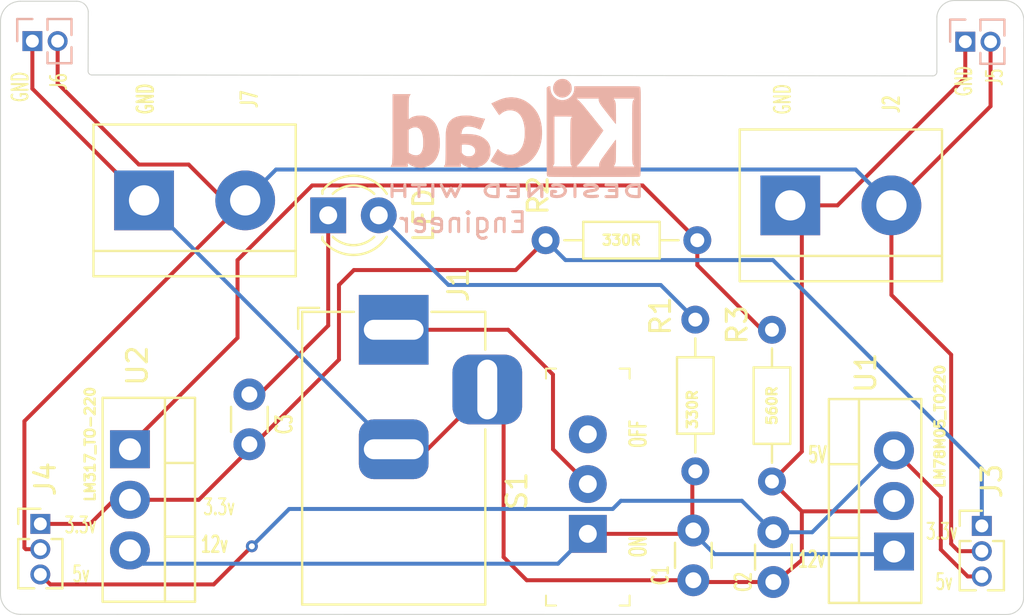
<source format=kicad_pcb>
(kicad_pcb (version 20240108) (generator "pcbnew") (generator_version "8.0")
  (layers (0 "F.Cu" signal) (31 "B.Cu" signal) (34 "B.Paste" user) (35 "F.Paste" user) (36 "B.SilkS" user "B.Silkscreen") (37 "F.SilkS" user "F.Silkscreen") (38 "B.Mask" user) (39 "F.Mask" user) (44 "Edge.Cuts" user))
  (net 0 "")
  (net 1 "/12V")
  (net 2 "/5V")
  (net 3 "Net-(D1-K)")
  (net 4 "/3.3V")
  (net 5 "Net-(D1-A)")
  (net 6 "GND")
  (net 7 "Net-(U2-ADJ)")
  (net 9 "/PWR_input")
  (net 10 "/PWR_output")
  (footprint "digikey-footprints:Switch_Slide_11.6x4mm_EG1218" (layer "F.Cu") (at 210 119.75 90)
    (property "Reference" "S1" (at 2.156667 -3.565181 90) (layer "F.SilkS"))
    (property "Value" "EG1218" (hide yes))
    (pad "1" thru_hole rect (at 0 0 90) (size 1.9 1.9) (drill 0.9) (layers "*.Cu" "*.Mask") (net 1 "/12V"))
    (pad "2" thru_hole circle (at 2.5 0 90) (size 1.9 1.9) (drill 0.9) (layers "*.Cu" "*.Mask") (net 9 "/PWR_input"))
    (pad "3" thru_hole circle (at 5 0 90) (size 1.9 1.9) (drill 0.9) (layers "*.Cu" "*.Mask"))
  )
  (footprint "Resistor_THT:R_Axial_DIN0204_L3.6mm_D1.6mm_P7.62mm_Horizontal" (layer "F.Cu") (at 207.88 105)
    (property "Reference" "R2" (at -0.38 -2.25 90) (layer "F.SilkS"))
    (property "Value" "330R" (at 3.81 0 180) (layer "F.SilkS") (effects (font (size 0.5 0.5) (thickness 0.125))))
    (pad "1" thru_hole circle (at 0 0) (size 1.4 1.4) (drill 0.7) (layers "*.Cu" "*.Mask") (net 4 "/3.3V"))
    (pad "2" thru_hole oval (at 7.62 0) (size 1.4 1.4) (drill 0.7) (layers "*.Cu" "*.Mask") (net 7 "Net-(U2-ADJ)"))
  )
  (footprint "Package_TO_SOT_THT:TO-220-3_Vertical" (layer "F.Cu") (at 187 115.5 -90)
    (property "Reference" "U2" (at -4.2 -0.37 -90) (layer "F.SilkS"))
    (property "Value" "LM317_TO-220" (at -0.25 2 270) (layer "F.SilkS") (effects (font (size 0.5 0.5) (thickness 0.125))))
    (pad "1" thru_hole rect (at 0 0 270) (size 1.905 2) (drill 1.1) (layers "*.Cu" "*.Mask") (net 7 "Net-(U2-ADJ)"))
    (pad "2" thru_hole oval (at 2.54 0 270) (size 1.905 2) (drill 1.1) (layers "*.Cu" "*.Mask") (net 4 "/3.3V"))
    (pad "3" thru_hole oval (at 5.08 0 270) (size 1.905 2) (drill 1.1) (layers "*.Cu" "*.Mask") (net 1 "/12V"))
  )
  (footprint "Connector_PinHeader_1.27mm:PinHeader_1x03_P1.27mm_Vertical" (layer "F.Cu") (at 182.5 119.25)
    (property "Reference" "J4" (at 0.25 -2.25 90) (layer "F.SilkS"))
    (property "Value" "Conn_01x03_Pin" (hide yes))
    (pad "1" thru_hole rect (at 0 0) (size 1 1) (drill 0.65) (layers "*.Cu" "*.Mask") (net 4 "/3.3V"))
    (pad "2" thru_hole oval (at 0 1.27) (size 1 1) (drill 0.65) (layers "*.Cu" "*.Mask") (net 10 "/PWR_output"))
    (pad "3" thru_hole oval (at 0 2.54) (size 1 1) (drill 0.65) (layers "*.Cu" "*.Mask") (net 2 "/5V"))
  )
  (footprint "Capacitor_THT:C_Disc_D3.0mm_W1.6mm_P2.50mm" (layer "F.Cu") (at 193 115.25 90)
    (property "Reference" "C3" (at 1 1.75 270) (layer "F.SilkS") (effects (font (size 0.8 0.5) (thickness 0.125))))
    (property "Value" "C" (hide yes))
    (pad "1" thru_hole circle (at 0 0 90) (size 1.6 1.6) (drill 0.8) (layers "*.Cu" "*.Mask") (net 4 "/3.3V"))
    (pad "2" thru_hole circle (at 2.5 0 90) (size 1.6 1.6) (drill 0.8) (layers "*.Cu" "*.Mask") (net 3 "Net-(D1-K)"))
  )
  (footprint "LED_THT:LED_D3.0mm" (layer "F.Cu") (at 196.96 103.75)
    (property "Reference" "D1" (hide yes))
    (property "Value" "LED" (at 4.79 0 90) (layer "F.SilkS"))
    (pad "1" thru_hole rect (at 0 0) (size 1.8 1.8) (drill 0.9) (layers "*.Cu" "*.Mask") (net 3 "Net-(D1-K)"))
    (pad "2" thru_hole circle (at 2.54 0) (size 1.8 1.8) (drill 0.9) (layers "*.Cu" "*.Mask") (net 5 "Net-(D1-A)"))
  )
  (footprint "Resistor_THT:R_Axial_DIN0204_L3.6mm_D1.6mm_P7.62mm_Horizontal" (layer "F.Cu") (at 215.4 116.61 90)
    (property "Reference" "R1" (at 7.81 -1.75 90) (layer "F.SilkS"))
    (property "Value" "560R" (hide yes))
    (pad "1" thru_hole circle (at 0 0 90) (size 1.4 1.4) (drill 0.7) (layers "*.Cu" "*.Mask") (net 1 "/12V"))
    (pad "2" thru_hole oval (at 7.62 0 90) (size 1.4 1.4) (drill 0.7) (layers "*.Cu" "*.Mask") (net 5 "Net-(D1-A)"))
  )
  (footprint "TerminalBlock:TerminalBlock_bornier-2_P5.08mm" (layer "F.Cu") (at 187.71 103)
    (property "Reference" "J7" (at 5.29 -5.08 90) (layer "F.SilkS") (effects (font (size 0.8 0.5) (thickness 0.125))))
    (property "Value" "Screw_Terminal_01x02" (hide yes))
    (pad "1" thru_hole rect (at 0 0) (size 3 3) (drill 1.52) (layers "*.Cu" "*.Mask") (net 6 "GND"))
    (pad "2" thru_hole circle (at 5.08 0) (size 3 3) (drill 1.52) (layers "*.Cu" "*.Mask") (net 10 "/PWR_output"))
  )
  (footprint "Connector_PinHeader_1.27mm:PinHeader_1x03_P1.27mm_Vertical" (layer "F.Cu") (at 229.79 119.35)
    (property "Reference" "J3" (at 0.5 -2.25 90) (layer "F.SilkS"))
    (property "Value" "Conn_01x03_Pin" (hide yes))
    (pad "1" thru_hole rect (at 0 0) (size 1 1) (drill 0.65) (layers "*.Cu" "*.Mask") (net 4 "/3.3V"))
    (pad "2" thru_hole oval (at 0 1.27) (size 1 1) (drill 0.65) (layers "*.Cu" "*.Mask") (net 10 "/PWR_output"))
    (pad "3" thru_hole oval (at 0 2.54) (size 1 1) (drill 0.65) (layers "*.Cu" "*.Mask") (net 2 "/5V"))
  )
  (footprint "Capacitor_THT:C_Disc_D3.0mm_W1.6mm_P2.50mm" (layer "F.Cu") (at 219.32 119.67 -90)
    (property "Reference" "C2" (at 2.5 1.5 90) (layer "F.SilkS") (effects (font (size 0.8 0.5) (thickness 0.125))))
    (property "Value" "C" (hide yes))
    (pad "1" thru_hole circle (at 0 0 270) (size 1.6 1.6) (drill 0.8) (layers "*.Cu" "*.Mask") (net 2 "/5V"))
    (pad "2" thru_hole circle (at 2.5 0 270) (size 1.6 1.6) (drill 0.8) (layers "*.Cu" "*.Mask") (net 6 "GND"))
  )
  (footprint "Resistor_THT:R_Axial_DIN0204_L3.6mm_D1.6mm_P7.62mm_Horizontal" (layer "F.Cu") (at 219.25 109.5 -90)
    (property "Reference" "R3" (at -0.25 1.75 90) (layer "F.SilkS"))
    (property "Value" "560R" (at 3.81 0 90) (layer "F.SilkS") (effects (font (size 0.5 0.5) (thickness 0.125))))
    (pad "1" thru_hole circle (at 0 0 270) (size 1.4 1.4) (drill 0.7) (layers "*.Cu" "*.Mask") (net 7 "Net-(U2-ADJ)"))
    (pad "2" thru_hole oval (at 7.62 0 270) (size 1.4 1.4) (drill 0.7) (layers "*.Cu" "*.Mask") (net 6 "GND"))
  )
  (footprint "TerminalBlock:TerminalBlock_bornier-2_P5.08mm" (layer "F.Cu") (at 220.17 103.25)
    (property "Reference" "J2" (at 5.08 -5.08 90) (layer "F.SilkS") (effects (font (size 0.8 0.5) (thickness 0.125))))
    (property "Value" "Screw_Terminal_01x02" (hide yes))
    (pad "1" thru_hole rect (at 0 0) (size 3 3) (drill 1.52) (layers "*.Cu" "*.Mask") (net 6 "GND"))
    (pad "2" thru_hole circle (at 5.08 0) (size 3 3) (drill 1.52) (layers "*.Cu" "*.Mask") (net 10 "/PWR_output"))
  )
  (footprint "Connector_BarrelJack:BarrelJack_Horizontal" (layer "F.Cu") (at 200.25 109.5 90)
    (property "Reference" "J1" (at 2.25 3.25 90) (layer "F.SilkS"))
    (property "Value" "Barrel_Jack_Switch" (hide yes))
    (pad "1" thru_hole rect (at 0 0 90) (size 3.5 3.5) (drill oval 1 3) (layers "*.Cu" "*.Mask") (net 9 "/PWR_input"))
    (pad "2" thru_hole roundrect (at -6 0 90) (size 3 3.5) (drill oval 1 3) (layers "*.Cu" "*.Mask") (net 6 "GND"))
    (pad "3" thru_hole roundrect (at -3 4.7 90) (size 3.5 3.5) (drill oval 3 1) (layers "*.Cu" "*.Mask") (net 6 "GND"))
  )
  (footprint "Package_TO_SOT_THT:TO-220-3_Vertical" (layer "F.Cu") (at 225.38 120.64 90)
    (property "Reference" "U1" (at 8.98 -1.42 -90) (layer "F.SilkS"))
    (property "Value" "LM78M05_TO220" (at 6.29 2.305 270) (layer "F.SilkS") (effects (font (size 0.5 0.5) (thickness 0.125))))
    (pad "1" thru_hole rect (at 0 0 90) (size 1.905 2) (drill 1.1) (layers "*.Cu" "*.Mask") (net 1 "/12V"))
    (pad "2" thru_hole oval (at 2.54 0 90) (size 1.905 2) (drill 1.1) (layers "*.Cu" "*.Mask") (net 6 "GND"))
    (pad "3" thru_hole oval (at 5.08 0 90) (size 1.905 2) (drill 1.1) (layers "*.Cu" "*.Mask") (net 2 "/5V"))
  )
  (footprint "Capacitor_THT:C_Disc_D3.0mm_W1.6mm_P2.50mm" (layer "F.Cu") (at 215.3 119.58 -90)
    (property "Reference" "C1" (at 2.25 1.65 90) (layer "F.SilkS") (effects (font (size 0.8 0.5) (thickness 0.125))))
    (property "Value" "C" (hide yes))
    (pad "1" thru_hole circle (at 0 0 270) (size 1.6 1.6) (drill 0.8) (layers "*.Cu" "*.Mask") (net 1 "/12V"))
    (pad "2" thru_hole circle (at 2.5 0 270) (size 1.6 1.6) (drill 0.8) (layers "*.Cu" "*.Mask") (net 6 "GND"))
  )
  (footprint "Symbol:KiCad-Logo2_5mm_SilkScreen" (layer "B.Cu") (at 206.38 99.88 180)
    (property "Reference" "REF**" (hide yes))
    (property "Value" "KiCad-Logo2_5mm_SilkScreen" (hide yes))
  )
  (footprint "Connector_PinHeader_1.27mm:PinHeader_1x02_P1.27mm_Vertical" (layer "B.Cu") (at 182.1 95 -90)
    (property "Reference" "J6" (hide yes))
    (property "Value" "Conn_01x02_Pin" (hide yes))
    (pad "1" thru_hole rect (at 0 0 270) (size 1 1) (drill 0.65) (layers "*.Cu" "*.Mask") (net 6 "GND"))
    (pad "2" thru_hole oval (at 0 -1.27 270) (size 1 1) (drill 0.65) (layers "*.Cu" "*.Mask") (net 10 "/PWR_output"))
  )
  (footprint "Connector_PinHeader_1.27mm:PinHeader_1x02_P1.27mm_Vertical" (layer "B.Cu") (at 228.96 95.03 -90)
    (property "Reference" "J5" (hide yes))
    (property "Value" "Conn_01x02_Pin" (hide yes))
    (pad "1" thru_hole rect (at 0 0 270) (size 1 1) (drill 0.65) (layers "*.Cu" "*.Mask") (net 6 "GND"))
    (pad "2" thru_hole oval (at 0 -1.27 270) (size 1 1) (drill 0.65) (layers "*.Cu" "*.Mask") (net 10 "/PWR_output"))
  )
  (gr_line (start 219.32 122.27) (end 220.73 121.08) (stroke (width 0.2)) (layer "F.Cu") (net 6))
  (gr_arc (start 230.9 92.96) (mid 231.607107 93.252893) (end 231.9 93.96) (stroke (width 0.05)) (layer "Edge.Cuts"))
  (gr_line (start 181.5 92.999201) (end 184.330021 92.999201) (stroke (width 0.05)) (layer "Edge.Cuts"))
  (gr_line (start 184.908624 93.51923) (end 184.9 96.499851) (stroke (width 0.05)) (layer "Edge.Cuts"))
  (gr_arc (start 227.532296 96.514647) (mid 227.48 96.68) (end 227.31976 96.746327) (stroke (width 0.05)) (layer "Edge.Cuts"))
  (gr_line (start 181.5 123.792893) (end 231.04 123.800057) (stroke (width 0.05)) (layer "Edge.Cuts"))
  (gr_arc (start 227.532181 93.790141) (mid 227.810366 93.200276) (end 228.416808 92.960368) (stroke (width 0.05)) (layer "Edge.Cuts"))
  (gr_arc (start 181.5 123.792893) (mid 180.792893 123.5) (end 180.5 122.792893) (stroke (width 0.05)) (layer "Edge.Cuts"))
  (gr_arc (start 180.500001 94.04) (mid 180.778325 93.306615) (end 181.5 92.999201) (stroke (width 0.05)) (layer "Edge.Cuts"))
  (gr_arc (start 184.330021 92.999201) (mid 184.721613 93.145403) (end 184.908624 93.51923) (stroke (width 0.05)) (layer "Edge.Cuts"))
  (gr_arc (start 231.889998 122.96) (mid 231.637535 123.554606) (end 231.04 123.800057) (stroke (width 0.05)) (layer "Edge.Cuts"))
  (gr_line (start 231.9 93.96) (end 231.889999 122.96) (stroke (width 0.05)) (layer "Edge.Cuts"))
  (gr_arc (start 185.079145 96.69996) (mid 184.948238 96.63691) (end 184.900001 96.499851) (stroke (width 0.05)) (layer "Edge.Cuts"))
  (gr_line (start 185.079145 96.69996) (end 227.31976 96.746327) (stroke (width 0.05)) (layer "Edge.Cuts"))
  (gr_line (start 228.416808 92.960368) (end 230.9 92.960368) (stroke (width 0.05)) (layer "Edge.Cuts"))
  (gr_line (start 227.532181 93.790141) (end 227.532296 96.514647) (stroke (width 0.05)) (layer "Edge.Cuts"))
  (gr_line (start 180.500001 94.04) (end 180.5 122.792893) (stroke (width 0.05)) (layer "Edge.Cuts"))
  (gr_text "Engineer" (at 207.04 104.7 0) (layer "B.SilkS") (effects (font (size 1 1)) (justify left bottom mirror)))
  (gr_text "3.3v\n" (at 183.67 119.78 0) (layer "F.SilkS") (effects (font (size 0.8 0.5) (thickness 0.1)) (justify left bottom)))
  (gr_text "5v" (at 227.4 122.63 0) (layer "F.SilkS") (effects (font (size 0.8 0.5) (thickness 0.1)) (justify left bottom)))
  (gr_text "12v\n" (at 190.5 120.75 0) (layer "F.SilkS") (effects (font (size 0.8 0.5) (thickness 0.125)) (justify left bottom)))
  (gr_text "5V\n" (at 221 116.25 0) (layer "F.SilkS") (effects (font (size 0.8 0.5) (thickness 0.125) (bold yes)) (justify left bottom)))
  (gr_text "5v" (at 184.05 122.24 0) (layer "F.SilkS") (effects (font (size 0.8 0.5) (thickness 0.1)) (justify left bottom)))
  (gr_text "J6\n" (at 183.89 97.53 90) (layer "F.SilkS") (effects (font (size 0.8 0.5) (thickness 0.1)) (justify left bottom)))
  (gr_text "GND" (at 188.25 98.75 90) (layer "F.SilkS") (effects (font (size 0.8 0.5) (thickness 0.125) (bold yes)) (justify left bottom)))
  (gr_text "ON" (at 213 121 90) (layer "F.SilkS") (effects (font (size 0.8 0.5) (thickness 0.125) (bold yes)) (justify left bottom)))
  (gr_text "330R" (at 215.25 113.5 90) (layer "F.SilkS") (effects (font (size 0.5 0.5) (thickness 0.125))))
  (gr_text "3.3v\n" (at 226.93 120.1 0) (layer "F.SilkS") (effects (font (size 0.8 0.5) (thickness 0.1)) (justify left bottom)))
  (gr_text "GND" (at 181.96 98.13 90) (layer "F.SilkS") (effects (font (size 0.8 0.5) (thickness 0.1)) (justify left bottom)))
  (gr_text "12v\n" (at 220.5 121.5 0) (layer "F.SilkS") (effects (font (size 0.8 0.5) (thickness 0.125)) (justify left bottom)))
  (gr_text "3.3v\n" (at 190.63 118.87 0) (layer "F.SilkS") (effects (font (size 0.8 0.5) (thickness 0.1)) (justify left bottom)))
  (gr_text "OFF" (at 213 115.5 90) (layer "F.SilkS") (effects (font (size 0.8 0.5) (thickness 0.125) (bold yes)) (justify left bottom)))
  (gr_text "J5\n" (at 230.9 97.31 90) (layer "F.SilkS") (effects (font (size 0.8 0.5) (thickness 0.1)) (justify left bottom)))
  (gr_text "GND" (at 229.36 97.84 90) (layer "F.SilkS") (effects (font (size 0.8 0.5) (thickness 0.1)) (justify left bottom)))
  (gr_text "GND" (at 220.25 98.75 90) (layer "F.SilkS") (effects (font (size 0.8 0.5) (thickness 0.1)) (justify left bottom)))
  (segment (start 225.135 121.1) (end 225.445 120.79) (width 0.2) (layer "F.Cu") (net 1))
  (segment (start 215.2 119.75) (end 210 119.75) (width 0.2) (layer "F.Cu") (net 1))
  (segment (start 215.25 119.7) (end 215.2 119.75) (width 0.2) (layer "F.Cu") (net 1))
  (segment (start 215.25 117.31) (end 215.25 119.7) (width 0.2) (layer "F.Cu") (net 1))
  (segment (start 208.5 121.25) (end 187.67 121.25) (width 0.2) (layer "B.Cu") (net 1))
  (segment (start 216.37 120.77) (end 225.425 120.77) (width 0.2) (layer "B.Cu") (net 1))
  (segment (start 225.425 120.77) (end 225.445 120.79) (width 0.2) (layer "B.Cu") (net 1))
  (segment (start 215.3 119.7) (end 216.37 120.77) (width 0.2) (layer "B.Cu") (net 1))
  (segment (start 210 119.75) (end 208.5 121.25) (width 0.2) (layer "B.Cu") (net 1))
  (segment (start 187.67 121.25) (end 187 120.58) (width 0.2) (layer "B.Cu") (net 1))
  (segment (start 227.73 117.91) (end 225.38 115.56) (width 0.2) (layer "F.Cu") (net 2))
  (segment (start 193.125 120.375) (end 191.210001 122.289999) (width 0.2) (layer "F.Cu") (net 2))
  (segment (start 227.73 120.537106) (end 227.73 117.91) (width 0.2) (layer "F.Cu") (net 2))
  (segment (start 229.46 122) (end 229.75 122.29) (width 0.2) (layer "F.Cu") (net 2))
  (segment (start 182.999999 122.289999) (end 182.5 121.79) (width 0.2) (layer "F.Cu") (net 2))
  (segment (start 229.082894 121.89) (end 227.73 120.537106) (width 0.2) (layer "F.Cu") (net 2))
  (segment (start 225.38 115.56) (end 225.38 115.645) (width 0.2) (layer "F.Cu") (net 2))
  (segment (start 229.79 121.89) (end 229.082894 121.89) (width 0.2) (layer "F.Cu") (net 2))
  (segment (start 191.210001 122.289999) (end 182.999999 122.289999) (width 0.2) (layer "F.Cu") (net 2))
  (via (at 193.125 120.375) (size 0.6) (drill 0.3) (layers "F.Cu" "B.Cu") (net 2))
  (segment (start 211.66 118.09) (end 217.74 118.09) (width 0.2) (layer "B.Cu") (net 2))
  (segment (start 193.125 120.375) (end 195 118.5) (width 0.2) (layer "B.Cu") (net 2))
  (segment (start 219.32 119.67) (end 221.27 119.67) (width 0.2) (layer "B.Cu") (net 2))
  (segment (start 195 118.5) (end 211.25 118.5) (width 0.2) (layer "B.Cu") (net 2))
  (segment (start 225.23 115.71) (end 225.445 115.71) (width 0.2) (layer "B.Cu") (net 2))
  (segment (start 217.74 118.09) (end 219.32 119.67) (width 0.2) (layer "B.Cu") (net 2))
  (segment (start 221.27 119.67) (end 225.38 115.56) (width 0.2) (layer "B.Cu") (net 2))
  (segment (start 211.25 118.5) (end 211.66 118.09) (width 0.2) (layer "B.Cu") (net 2))
  (segment (start 196.96 103.75) (end 196.96 109.29) (width 0.2) (layer "F.Cu") (net 3))
  (segment (start 196.96 109.29) (end 193.5 112.75) (width 0.2) (layer "F.Cu") (net 3))
  (segment (start 193 112.75) (end 192.5 112.75) (width 0.2) (layer "F.Cu") (net 3))
  (segment (start 193.5 112.75) (end 193 112.75) (width 0.2) (layer "F.Cu") (net 3))
  (segment (start 186.21 118.04) (end 187 118.04) (width 0.2) (layer "F.Cu") (net 4))
  (segment (start 197.5 111) (end 197.5 107.25) (width 0.2) (layer "F.Cu") (net 4))
  (segment (start 197.5 107.25) (end 198.25 106.5) (width 0.2) (layer "F.Cu") (net 4))
  (segment (start 206.38 106.5) (end 207.88 105) (width 0.2) (layer "F.Cu") (net 4))
  (segment (start 182.5 119.25) (end 185 119.25) (width 0.2) (layer "F.Cu") (net 4))
  (segment (start 190.46 118.04) (end 197.5 111) (width 0.2) (layer "F.Cu") (net 4))
  (segment (start 187 118.04) (end 190.46 118.04) (width 0.2) (layer "F.Cu") (net 4))
  (segment (start 185 119.25) (end 186.21 118.04) (width 0.2) (layer "F.Cu") (net 4))
  (segment (start 198.25 106.5) (end 206.38 106.5) (width 0.2) (layer "F.Cu") (net 4))
  (segment (start 229.75 119.75) (end 229.79 119.71) (width 0.2) (layer "B.Cu") (net 4))
  (segment (start 229.79 116.49) (end 219.3 106) (width 0.2) (layer "B.Cu") (net 4))
  (segment (start 219.3 106) (end 208.88 106) (width 0.2) (layer "B.Cu") (net 4))
  (segment (start 208.88 106) (end 207.88 105) (width 0.2) (layer "B.Cu") (net 4))
  (segment (start 229.79 119.35) (end 229.79 116.49) (width 0.2) (layer "B.Cu") (net 4))
  (segment (start 215.4 108.99) (end 213.66 107.25) (width 0.2) (layer "B.Cu") (net 5))
  (segment (start 213.66 107.25) (end 203 107.25) (width 0.2) (layer "B.Cu") (net 5))
  (segment (start 203 107.25) (end 199.5 103.75) (width 0.2) (layer "B.Cu") (net 5))
  (segment (start 220.75 103.83) (end 220.75 115.62) (width 0.2) (layer "F.Cu") (net 6))
  (segment (start 220.17 103.25) (end 222.54 103.25) (width 0.2) (layer "F.Cu") (net 6))
  (segment (start 200.25 115.5) (end 201.95 115.5) (width 0.2) (layer "F.Cu") (net 6))
  (segment (start 225.075 118.62) (end 220.75 118.62) (width 0.2) (layer "F.Cu") (net 6))
  (segment (start 220.17 103.25) (end 220.75 103.83) (width 0.2) (layer "F.Cu") (net 6))
  (segment (start 225.445 118.25) (end 225.075 118.62) (width 0.2) (layer "F.Cu") (net 6))
  (segment (start 219.32 122.17) (end 215.39 122.17) (width 0.2) (layer "F.Cu") (net 6))
  (segment (start 218.95 122.2) (end 219.25 122.5) (width 0.2) (layer "F.Cu") (net 6))
  (segment (start 205.77 120.92) (end 206.93 122.08) (width 0.2) (layer "F.Cu") (net 6))
  (segment (start 182.1 97.39) (end 187.71 103) (width 0.2) (layer "F.Cu") (net 6))
  (segment (start 228.96 96.83) (end 228.96 95.03) (width 0.2) (layer "F.Cu") (net 6))
  (segment (start 222.54 103.25) (end 228.96 96.83) (width 0.2) (layer "F.Cu") (net 6))
  (segment (start 205.77 113.32) (end 205.77 120.92) (width 0.2) (layer "F.Cu") (net 6))
  (segment (start 215.39 122.17) (end 215.3 122.08) (width 0.2) (layer "F.Cu") (net 6))
  (segment (start 220.38 118.25) (end 219.25 117.12) (width 0.2) (layer "F.Cu") (net 6))
  (segment (start 220.75 115.62) (end 219.25 117.12) (width 0.2) (layer "F.Cu") (net 6))
  (segment (start 201.95 115.5) (end 204.95 112.5) (width 0.2) (layer "F.Cu") (net 6))
  (segment (start 204.95 112.5) (end 205.77 113.32) (width 0.2) (layer "F.Cu") (net 6))
  (segment (start 206.93 122.08) (end 215.3 122.08) (width 0.2) (layer "F.Cu") (net 6))
  (segment (start 220.75 121) (end 220.75 118.62) (width 0.2) (layer "F.Cu") (net 6))
  (segment (start 182.1 95) (end 182.1 97.39) (width 0.2) (layer "F.Cu") (net 6))
  (segment (start 220.75 118.62) (end 220.38 118.25) (width 0.2) (layer "F.Cu") (net 6))
  (segment (start 187.71 103) (end 187.75 103) (width 0.2) (layer "B.Cu") (net 6))
  (segment (start 187.75 103) (end 200.25 115.5) (width 0.2) (layer "B.Cu") (net 6))
  (segment (start 196.155 102.25) (end 212.75 102.25) (width 0.2) (layer "F.Cu") (net 7))
  (segment (start 192.405 109.905) (end 192.405 106) (width 0.2) (layer "F.Cu") (net 7))
  (segment (start 192.405 106) (end 196.155 102.25) (width 0.2) (layer "F.Cu") (net 7))
  (segment (start 187 115.5) (end 187 115.31) (width 0.2) (layer "F.Cu") (net 7))
  (segment (start 215.5 105) (end 215.5 106.25) (width 0.2) (layer "F.Cu") (net 7))
  (segment (start 212.75 102.25) (end 215.5 105) (width 0.2) (layer "F.Cu") (net 7))
  (segment (start 218.75 109.5) (end 219.25 109.5) (width 0.2) (layer "F.Cu") (net 7))
  (segment (start 215.5 106.25) (end 218.75 109.5) (width 0.2) (layer "F.Cu") (net 7))
  (segment (start 187 115.31) (end 192.405 109.905) (width 0.2) (layer "F.Cu") (net 7))
  (segment (start 208.25 115.5) (end 210 117.25) (width 0.2) (layer "F.Cu") (net 9))
  (segment (start 208.25 111.75) (end 208.25 115.5) (width 0.2) (layer "F.Cu") (net 9))
  (segment (start 200.25 109.5) (end 206 109.5) (width 0.2) (layer "F.Cu") (net 9))
  (segment (start 206 109.5) (end 208.25 111.75) (width 0.2) (layer "F.Cu") (net 9))
  (segment (start 230.23 95.03) (end 230.23 98.27) (width 0.2) (layer "F.Cu") (net 10))
  (segment (start 183.37 95) (end 183.37 97.12) (width 0.2) (layer "F.Cu") (net 10))
  (segment (start 181.7 120.45) (end 181.7 114.09) (width 0.2) (layer "F.Cu") (net 10))
  (segment (start 228.62 120.62) (end 228.25 120.25) (width 0.2) (layer "F.Cu") (net 10))
  (segment (start 182.5 120.52) (end 181.77 120.52) (width 0.2) (layer "F.Cu") (net 10))
  (segment (start 191.75 103) (end 192.79 103) (width 0.2) (layer "F.Cu") (net 10))
  (segment (start 230.23 98.27) (end 225.25 103.25) (width 0.2) (layer "F.Cu") (net 10))
  (segment (start 187.45 101.2) (end 189.95 101.2) (width 0.2) (layer "F.Cu") (net 10))
  (segment (start 228.25 110.75) (end 225.25 107.75) (width 0.2) (layer "F.Cu") (net 10))
  (segment (start 229.79 120.62) (end 228.62 120.62) (width 0.2) (layer "F.Cu") (net 10))
  (segment (start 189.95 101.2) (end 191.75 103) (width 0.2) (layer "F.Cu") (net 10))
  (segment (start 228.25 120.25) (end 228.25 110.75) (width 0.2) (layer "F.Cu") (net 10))
  (segment (start 181.77 120.52) (end 181.7 120.45) (width 0.2) (layer "F.Cu") (net 10))
  (segment (start 183.37 97.12) (end 187.45 101.2) (width 0.2) (layer "F.Cu") (net 10))
  (segment (start 181.7 114.09) (end 192.79 103) (width 0.2) (layer "F.Cu") (net 10))
  (segment (start 225.25 107.75) (end 225.25 103.25) (width 0.2) (layer "F.Cu") (net 10))
  (segment (start 192.79 103) (end 194.34 101.45) (width 0.2) (layer "B.Cu") (net 10))
  (segment (start 194.34 101.45) (end 223.45 101.45) (width 0.2) (layer "B.Cu") (net 10))
  (segment (start 223.45 101.45) (end 225.25 103.25) (width 0.2) (layer "B.Cu") (net 10))
)
</source>
